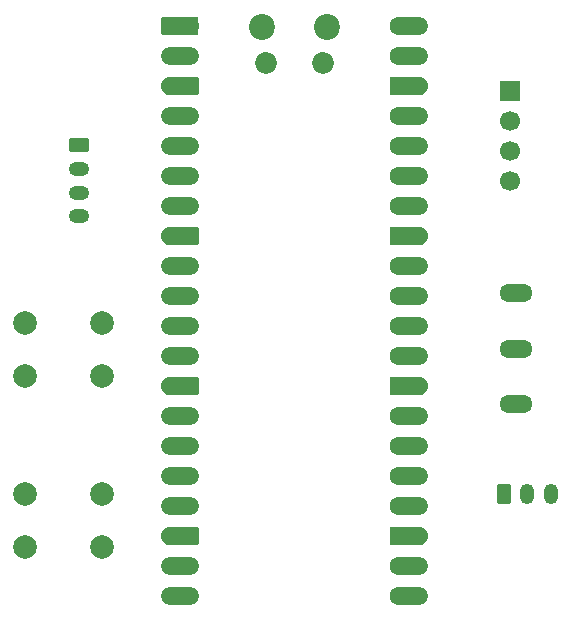
<source format=gbr>
%TF.GenerationSoftware,KiCad,Pcbnew,9.0.6*%
%TF.CreationDate,2025-12-15T22:36:06-06:00*%
%TF.ProjectId,turn-taker,7475726e-2d74-4616-9b65-722e6b696361,rev?*%
%TF.SameCoordinates,Original*%
%TF.FileFunction,Soldermask,Top*%
%TF.FilePolarity,Negative*%
%FSLAX46Y46*%
G04 Gerber Fmt 4.6, Leading zero omitted, Abs format (unit mm)*
G04 Created by KiCad (PCBNEW 9.0.6) date 2025-12-15 22:36:06*
%MOMM*%
%LPD*%
G01*
G04 APERTURE LIST*
G04 Aperture macros list*
%AMRoundRect*
0 Rectangle with rounded corners*
0 $1 Rounding radius*
0 $2 $3 $4 $5 $6 $7 $8 $9 X,Y pos of 4 corners*
0 Add a 4 corners polygon primitive as box body*
4,1,4,$2,$3,$4,$5,$6,$7,$8,$9,$2,$3,0*
0 Add four circle primitives for the rounded corners*
1,1,$1+$1,$2,$3*
1,1,$1+$1,$4,$5*
1,1,$1+$1,$6,$7*
1,1,$1+$1,$8,$9*
0 Add four rect primitives between the rounded corners*
20,1,$1+$1,$2,$3,$4,$5,0*
20,1,$1+$1,$4,$5,$6,$7,0*
20,1,$1+$1,$6,$7,$8,$9,0*
20,1,$1+$1,$8,$9,$2,$3,0*%
%AMFreePoly0*
4,1,37,0.800000,0.796148,0.878414,0.796148,1.032228,0.765552,1.177117,0.705537,1.307515,0.618408,1.418408,0.507515,1.505537,0.377117,1.565552,0.232228,1.596148,0.078414,1.596148,-0.078414,1.565552,-0.232228,1.505537,-0.377117,1.418408,-0.507515,1.307515,-0.618408,1.177117,-0.705537,1.032228,-0.765552,0.878414,-0.796148,0.800000,-0.796148,0.800000,-0.800000,-1.400000,-0.800000,
-1.403843,-0.796157,-1.439018,-0.796157,-1.511114,-0.766294,-1.566294,-0.711114,-1.596157,-0.639018,-1.596157,-0.603843,-1.600000,-0.600000,-1.600000,0.600000,-1.596157,0.603843,-1.596157,0.639018,-1.566294,0.711114,-1.511114,0.766294,-1.439018,0.796157,-1.403843,0.796157,-1.400000,0.800000,0.800000,0.800000,0.800000,0.796148,0.800000,0.796148,$1*%
%AMFreePoly1*
4,1,37,1.403843,0.796157,1.439018,0.796157,1.511114,0.766294,1.566294,0.711114,1.596157,0.639018,1.596157,0.603843,1.600000,0.600000,1.600000,-0.600000,1.596157,-0.603843,1.596157,-0.639018,1.566294,-0.711114,1.511114,-0.766294,1.439018,-0.796157,1.403843,-0.796157,1.400000,-0.800000,-0.800000,-0.800000,-0.800000,-0.796148,-0.878414,-0.796148,-1.032228,-0.765552,-1.177117,-0.705537,
-1.307515,-0.618408,-1.418408,-0.507515,-1.505537,-0.377117,-1.565552,-0.232228,-1.596148,-0.078414,-1.596148,0.078414,-1.565552,0.232228,-1.505537,0.377117,-1.418408,0.507515,-1.307515,0.618408,-1.177117,0.705537,-1.032228,0.765552,-0.878414,0.796148,-0.800000,0.796148,-0.800000,0.800000,1.400000,0.800000,1.403843,0.796157,1.403843,0.796157,$1*%
%AMFreePoly2*
4,1,37,0.603843,0.796157,0.639018,0.796157,0.711114,0.766294,0.766294,0.711114,0.796157,0.639018,0.796157,0.603843,0.800000,0.600000,0.800000,-0.600000,0.796157,-0.603843,0.796157,-0.639018,0.766294,-0.711114,0.711114,-0.766294,0.639018,-0.796157,0.603843,-0.796157,0.600000,-0.800000,0.000000,-0.800000,0.000000,-0.796148,-0.078414,-0.796148,-0.232228,-0.765552,-0.377117,-0.705537,
-0.507515,-0.618408,-0.618408,-0.507515,-0.705537,-0.377117,-0.765552,-0.232228,-0.796148,-0.078414,-0.796148,0.078414,-0.765552,0.232228,-0.705537,0.377117,-0.618408,0.507515,-0.507515,0.618408,-0.377117,0.705537,-0.232228,0.765552,-0.078414,0.796148,0.000000,0.796148,0.000000,0.800000,0.600000,0.800000,0.603843,0.796157,0.603843,0.796157,$1*%
%AMFreePoly3*
4,1,37,0.000000,0.796148,0.078414,0.796148,0.232228,0.765552,0.377117,0.705537,0.507515,0.618408,0.618408,0.507515,0.705537,0.377117,0.765552,0.232228,0.796148,0.078414,0.796148,-0.078414,0.765552,-0.232228,0.705537,-0.377117,0.618408,-0.507515,0.507515,-0.618408,0.377117,-0.705537,0.232228,-0.765552,0.078414,-0.796148,0.000000,-0.796148,0.000000,-0.800000,-0.600000,-0.800000,
-0.603843,-0.796157,-0.639018,-0.796157,-0.711114,-0.766294,-0.766294,-0.711114,-0.796157,-0.639018,-0.796157,-0.603843,-0.800000,-0.600000,-0.800000,0.600000,-0.796157,0.603843,-0.796157,0.639018,-0.766294,0.711114,-0.711114,0.766294,-0.639018,0.796157,-0.603843,0.796157,-0.600000,0.800000,0.000000,0.800000,0.000000,0.796148,0.000000,0.796148,$1*%
G04 Aperture macros list end*
%ADD10C,2.200000*%
%ADD11C,1.850000*%
%ADD12FreePoly0,0.000000*%
%ADD13RoundRect,0.200000X-0.600000X-0.600000X0.600000X-0.600000X0.600000X0.600000X-0.600000X0.600000X0*%
%ADD14RoundRect,0.800000X-0.800000X-0.000010X0.800000X-0.000010X0.800000X0.000010X-0.800000X0.000010X0*%
%ADD15C,1.600000*%
%ADD16FreePoly1,0.000000*%
%ADD17FreePoly2,0.000000*%
%ADD18FreePoly3,0.000000*%
%ADD19R,1.700000X1.700000*%
%ADD20C,1.700000*%
%ADD21C,2.000000*%
%ADD22O,2.804000X1.504000*%
%ADD23RoundRect,0.250000X-0.350000X-0.625000X0.350000X-0.625000X0.350000X0.625000X-0.350000X0.625000X0*%
%ADD24O,1.200000X1.750000*%
%ADD25RoundRect,0.250000X-0.625000X0.350000X-0.625000X-0.350000X0.625000X-0.350000X0.625000X0.350000X0*%
%ADD26O,1.750000X1.200000*%
G04 APERTURE END LIST*
D10*
%TO.C,A1*%
X178550000Y-59000000D03*
D11*
X178850000Y-62030000D03*
X183700000Y-62030000D03*
D10*
X184000000Y-59000000D03*
D12*
X171585000Y-58870000D03*
D13*
X172385000Y-58870000D03*
D14*
X171585000Y-61410000D03*
D15*
X172385000Y-61410000D03*
D16*
X171585000Y-63950000D03*
D17*
X172385000Y-63950000D03*
D14*
X171585000Y-66490000D03*
D15*
X172385000Y-66490000D03*
D14*
X171585000Y-69030000D03*
D15*
X172385000Y-69030000D03*
D14*
X171585000Y-71570000D03*
D15*
X172385000Y-71570000D03*
D14*
X171585000Y-74110000D03*
D15*
X172385000Y-74110000D03*
D16*
X171585000Y-76650000D03*
D17*
X172385000Y-76650000D03*
D14*
X171585000Y-79190000D03*
D15*
X172385000Y-79190000D03*
D14*
X171585000Y-81730000D03*
D15*
X172385000Y-81730000D03*
D14*
X171585000Y-84270000D03*
D15*
X172385000Y-84270000D03*
D14*
X171585000Y-86810000D03*
D15*
X172385000Y-86810000D03*
D16*
X171585000Y-89350000D03*
D17*
X172385000Y-89350000D03*
D14*
X171585000Y-91890000D03*
D15*
X172385000Y-91890000D03*
D14*
X171585000Y-94430000D03*
D15*
X172385000Y-94430000D03*
D14*
X171585000Y-96970000D03*
D15*
X172385000Y-96970000D03*
D14*
X171585000Y-99510000D03*
D15*
X172385000Y-99510000D03*
D16*
X171585000Y-102050000D03*
D17*
X172385000Y-102050000D03*
D14*
X171585000Y-104590000D03*
D15*
X172385000Y-104590000D03*
D14*
X171585000Y-107130000D03*
D15*
X172385000Y-107130000D03*
X190165000Y-107130000D03*
D14*
X190965000Y-107130000D03*
D15*
X190165000Y-104590000D03*
D14*
X190965000Y-104590000D03*
D18*
X190165000Y-102050000D03*
D12*
X190965000Y-102050000D03*
D15*
X190165000Y-99510000D03*
D14*
X190965000Y-99510000D03*
D15*
X190165000Y-96970000D03*
D14*
X190965000Y-96970000D03*
D15*
X190165000Y-94430000D03*
D14*
X190965000Y-94430000D03*
D15*
X190165000Y-91890000D03*
D14*
X190965000Y-91890000D03*
D18*
X190165000Y-89350000D03*
D12*
X190965000Y-89350000D03*
D15*
X190165000Y-86810000D03*
D14*
X190965000Y-86810000D03*
D15*
X190165000Y-84270000D03*
D14*
X190965000Y-84270000D03*
D15*
X190165000Y-81730000D03*
D14*
X190965000Y-81730000D03*
D15*
X190165000Y-79190000D03*
D14*
X190965000Y-79190000D03*
D18*
X190165000Y-76650000D03*
D12*
X190965000Y-76650000D03*
D15*
X190165000Y-74110000D03*
D14*
X190965000Y-74110000D03*
D15*
X190165000Y-71570000D03*
D14*
X190965000Y-71570000D03*
D15*
X190165000Y-69030000D03*
D14*
X190965000Y-69030000D03*
D15*
X190165000Y-66490000D03*
D14*
X190965000Y-66490000D03*
D18*
X190165000Y-63950000D03*
D12*
X190965000Y-63950000D03*
D15*
X190165000Y-61410000D03*
D14*
X190965000Y-61410000D03*
D15*
X190165000Y-58870000D03*
D14*
X190965000Y-58870000D03*
%TD*%
D19*
%TO.C,J2*%
X199500000Y-64380000D03*
D20*
X199500000Y-66920000D03*
X199500000Y-69460000D03*
X199500000Y-72000000D03*
%TD*%
D21*
%TO.C,SW1*%
X158500000Y-84000000D03*
X165000000Y-84000000D03*
X158500000Y-88500000D03*
X165000000Y-88500000D03*
%TD*%
D22*
%TO.C,S1*%
X200000000Y-90900000D03*
X200000000Y-86200000D03*
X200000000Y-81500000D03*
%TD*%
D23*
%TO.C,Bat_In1*%
X199000000Y-98500000D03*
D24*
X201000000Y-98500000D03*
X203000000Y-98500000D03*
%TD*%
D21*
%TO.C,SW2*%
X158500000Y-98500000D03*
X165000000Y-98500000D03*
X158500000Y-103000000D03*
X165000000Y-103000000D03*
%TD*%
D25*
%TO.C,J1*%
X163000000Y-69000000D03*
D26*
X163000000Y-71000000D03*
X163000000Y-73000000D03*
X163000000Y-75000000D03*
%TD*%
M02*

</source>
